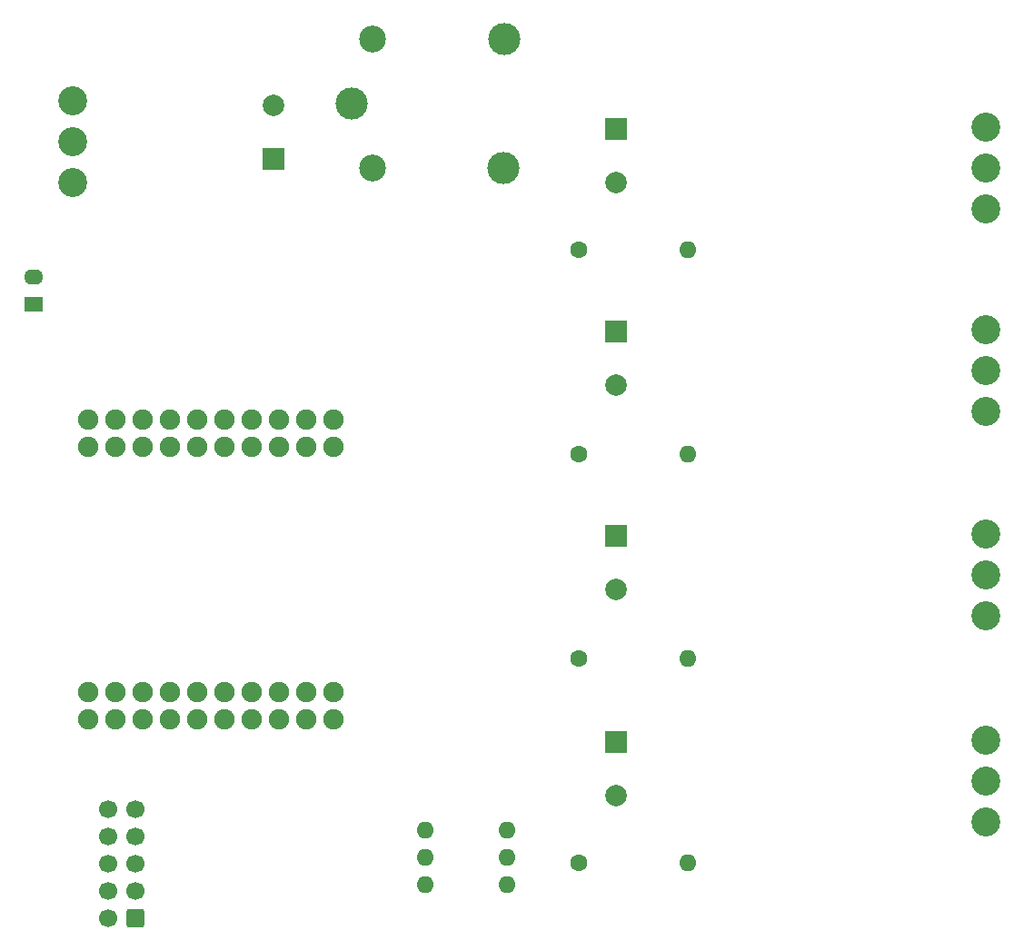
<source format=gbr>
%TF.GenerationSoftware,KiCad,Pcbnew,8.0.8*%
%TF.CreationDate,2025-02-03T17:34:09+01:00*%
%TF.ProjectId,WLEDController,574c4544-436f-46e7-9472-6f6c6c65722e,V1.0*%
%TF.SameCoordinates,Original*%
%TF.FileFunction,Soldermask,Bot*%
%TF.FilePolarity,Negative*%
%FSLAX46Y46*%
G04 Gerber Fmt 4.6, Leading zero omitted, Abs format (unit mm)*
G04 Created by KiCad (PCBNEW 8.0.8) date 2025-02-03 17:34:09*
%MOMM*%
%LPD*%
G01*
G04 APERTURE LIST*
G04 Aperture macros list*
%AMRoundRect*
0 Rectangle with rounded corners*
0 $1 Rounding radius*
0 $2 $3 $4 $5 $6 $7 $8 $9 X,Y pos of 4 corners*
0 Add a 4 corners polygon primitive as box body*
4,1,4,$2,$3,$4,$5,$6,$7,$8,$9,$2,$3,0*
0 Add four circle primitives for the rounded corners*
1,1,$1+$1,$2,$3*
1,1,$1+$1,$4,$5*
1,1,$1+$1,$6,$7*
1,1,$1+$1,$8,$9*
0 Add four rect primitives between the rounded corners*
20,1,$1+$1,$2,$3,$4,$5,0*
20,1,$1+$1,$4,$5,$6,$7,0*
20,1,$1+$1,$6,$7,$8,$9,0*
20,1,$1+$1,$8,$9,$2,$3,0*%
G04 Aperture macros list end*
%ADD10RoundRect,0.250000X0.600000X0.600000X-0.600000X0.600000X-0.600000X-0.600000X0.600000X-0.600000X0*%
%ADD11C,1.700000*%
%ADD12C,2.700000*%
%ADD13C,3.000000*%
%ADD14C,2.500000*%
%ADD15R,2.000000X2.000000*%
%ADD16C,2.000000*%
%ADD17C,1.600000*%
%ADD18O,1.600000X1.600000*%
%ADD19R,1.800000X1.400000*%
%ADD20O,1.800000X1.400000*%
%ADD21C,1.900000*%
G04 APERTURE END LIST*
D10*
%TO.C,J2*%
X107397500Y-136980000D03*
D11*
X104857500Y-136980000D03*
X107397500Y-134440000D03*
X104857500Y-134440000D03*
X107397500Y-131900000D03*
X104857500Y-131900000D03*
X107397500Y-129360000D03*
X104857500Y-129360000D03*
X107397500Y-126820000D03*
X104857500Y-126820000D03*
%TD*%
D12*
%TO.C,J1*%
X101550000Y-68410000D03*
X101550000Y-64600000D03*
X101550000Y-60790000D03*
%TD*%
D13*
%TO.C,K1*%
X127580000Y-60990000D03*
D14*
X129530000Y-67040000D03*
D13*
X141730000Y-67040000D03*
X141780000Y-54990000D03*
D14*
X129530000Y-55040000D03*
%TD*%
D15*
%TO.C,C18*%
X152175000Y-101297323D03*
D16*
X152175000Y-106297323D03*
%TD*%
D15*
%TO.C,C16*%
X152175000Y-63402323D03*
D16*
X152175000Y-68402323D03*
%TD*%
D17*
%TO.C,R7*%
X148780000Y-74660000D03*
D18*
X158940000Y-74660000D03*
%TD*%
D17*
%TO.C,R10*%
X148780000Y-131810000D03*
D18*
X158940000Y-131810000D03*
%TD*%
D15*
%TO.C,C17*%
X152175000Y-82247323D03*
D16*
X152175000Y-87247323D03*
%TD*%
D12*
%TO.C,J6*%
X186650000Y-120380000D03*
X186650000Y-124190000D03*
X186650000Y-128000000D03*
%TD*%
%TO.C,J3*%
X186650000Y-63230000D03*
X186650000Y-67040000D03*
X186650000Y-70850000D03*
%TD*%
D19*
%TO.C,D1*%
X97980000Y-79740000D03*
D20*
X97980000Y-77200000D03*
%TD*%
D17*
%TO.C,R9*%
X148780000Y-112760000D03*
D18*
X158940000Y-112760000D03*
%TD*%
%TO.C,U2*%
X134425000Y-128765000D03*
X134425000Y-131305000D03*
X134425000Y-133845000D03*
X142045000Y-133845000D03*
X142045000Y-131305000D03*
X142045000Y-128765000D03*
%TD*%
D21*
%TO.C,U3*%
X125920000Y-90535000D03*
X125920000Y-93075000D03*
X123380000Y-90535000D03*
X123380000Y-93075000D03*
X120840000Y-90535000D03*
X120840000Y-93075000D03*
X118300000Y-90535000D03*
X118300000Y-93075000D03*
X115760000Y-90535000D03*
X115760000Y-93075000D03*
X113220000Y-90535000D03*
X113220000Y-93075000D03*
X110680000Y-90535000D03*
X110680000Y-93075000D03*
X108140000Y-90535000D03*
X108140000Y-93075000D03*
X105600000Y-90535000D03*
X105600000Y-93075000D03*
X103060000Y-90535000D03*
X103060000Y-93075000D03*
X125920000Y-115935000D03*
X125920000Y-118475000D03*
X123380000Y-115935000D03*
X123380000Y-118475000D03*
X120840000Y-115935000D03*
X120840000Y-118475000D03*
X118300000Y-115935000D03*
X118300000Y-118475000D03*
X115760000Y-115935000D03*
X115760000Y-118475000D03*
X113220000Y-115935000D03*
X113220000Y-118475000D03*
X110680000Y-115935000D03*
X110680000Y-118475000D03*
X108140000Y-115935000D03*
X108140000Y-118475000D03*
X105600000Y-115935000D03*
X105600000Y-118475000D03*
X103060000Y-115935000D03*
X103060000Y-118475000D03*
%TD*%
D17*
%TO.C,R8*%
X148780000Y-93710000D03*
D18*
X158940000Y-93710000D03*
%TD*%
D15*
%TO.C,C6*%
X120332000Y-66232677D03*
D16*
X120332000Y-61232677D03*
%TD*%
D12*
%TO.C,J5*%
X186650000Y-101125000D03*
X186650000Y-104935000D03*
X186650000Y-108745000D03*
%TD*%
%TO.C,J4*%
X186650000Y-82095000D03*
X186650000Y-85905000D03*
X186650000Y-89715000D03*
%TD*%
D15*
%TO.C,C19*%
X152175000Y-120552323D03*
D16*
X152175000Y-125552323D03*
%TD*%
M02*

</source>
